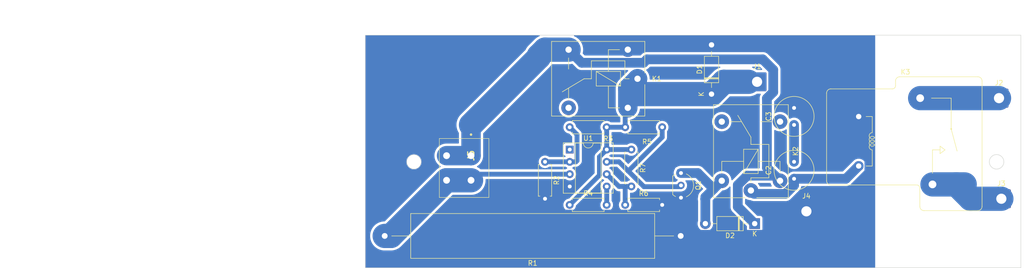
<source format=kicad_pcb>
(kicad_pcb (version 20221018) (generator pcbnew)
  (layers (0 "F.Cu" signal) (31 "B.Cu" signal) (34 "B.Paste" user) (35 "F.Paste" user) (36 "B.SilkS" user "B.Silkscreen") (37 "F.SilkS" user "F.Silkscreen") (38 "B.Mask" user) (39 "F.Mask" user) (44 "Edge.Cuts" user))
  (net 0 "")
  (net 1 "Net-(U1B-+)")
  (net 2 "GND")
  (net 3 "Net-(C2-Pad1)")
  (net 4 "Net-(C2-Pad2)")
  (net 5 "Net-(D1-K)")
  (net 6 "Net-(D2-K)")
  (net 7 "Net-(D2-A)")
  (net 8 "Net-(J2-Pin_1)")
  (net 9 "Net-(J3-Pin_1)")
  (net 10 "Net-(J5-Pin_2)")
  (net 13 "Net-(Q1-B)")
  (net 14 "Net-(U1A--)")
  (net 15 "Net-(U1B--)")
  (footprint "Resistor_THT:R_Axial_Power_L50.0mm_W9.0mm_P60.96mm" (layer "F.Cu") (at 154.94 119.4325 180)
    (fp_text reference "R1" (at 30.48 -5.62) (layer "F.SilkS"))
    (fp_text value "1R 10W")
    (fp_line (start 1.44 0) (end 5.36 0) (stroke (width 0.12)) (layer "F.SilkS"))
    (fp_line (start 5.36 -4.62) (end 5.36 4.62) (stroke (width 0.12)) (layer "F.SilkS"))
    (fp_line (start 5.36 4.62) (end 55.6 4.62) (stroke (width 0.12)) (layer "F.SilkS"))
    (fp_line (start 55.6 -4.62) (end 5.36 -4.62) (stroke (width 0.12)) (layer "F.SilkS"))
    (fp_line (start 55.6 4.62) (end 55.6 -4.62) (stroke (width 0.12)) (layer "F.SilkS"))
    (fp_line (start 59.52 0) (end 55.6 0) (stroke (width 0.12)) (layer "F.SilkS"))
    (pad "1" thru_hole circle (at 0 0 180) (size 2.4 2.4) (drill 1.2) (layers "*.Cu" "*.Mask") (net 2 "GND"))
    (pad "2" thru_hole oval (at 60.96 0 180) (size 2.4 2.4) (drill 1.2) (layers "*.Cu" "*.Mask") (net 10 "Net-(J5-Pin_2)"))
  )
  (footprint "Connector_Wire:SolderWire-1.5sqmm_1x01_D1.7mm_OD3.9mm" (layer "F.Cu") (at 220.5 91)
    (fp_text reference "J2" (at 0 -3.15) (layer "F.SilkS"))
    (fp_text value "Conn_01x01")
    (pad "1" thru_hole roundrect (at 0 0) (size 3.9 3.9) (drill 2.1) (layers "*.Cu" "*.Mask") (roundrect_rratio 0.06410307692) (net 8 "Net-(J2-Pin_1)"))
  )
  (footprint "Resistor_THT:R_Axial_DIN0207_L6.3mm_D2.5mm_P7.62mm_Horizontal" (layer "F.Cu") (at 139.7 97 180)
    (fp_text reference "R3" (at -0.3 -2.37) (layer "F.SilkS"))
    (fp_text value "R")
    (fp_line (start 0.54 -1.37) (end 7.08 -1.37) (stroke (width 0.12)) (layer "F.SilkS"))
    (fp_line (start 0.54 -1.04) (end 0.54 -1.37) (stroke (width 0.12)) (layer "F.SilkS"))
    (fp_line (start 0.54 1.04) (end 0.54 1.37) (stroke (width 0.12)) (layer "F.SilkS"))
    (fp_line (start 0.54 1.37) (end 7.08 1.37) (stroke (width 0.12)) (layer "F.SilkS"))
    (fp_line (start 7.08 -1.37) (end 7.08 -1.04) (stroke (width 0.12)) (layer "F.SilkS"))
    (fp_line (start 7.08 1.37) (end 7.08 1.04) (stroke (width 0.12)) (layer "F.SilkS"))
    (pad "1" thru_hole circle (at 0 0 180) (size 1.6 1.6) (drill 0.8) (layers "*.Cu" "*.Mask") (net 5 "Net-(D1-K)"))
    (pad "2" thru_hole oval (at 7.62 0 180) (size 1.6 1.6) (drill 0.8) (layers "*.Cu" "*.Mask") (net 14 "Net-(U1A--)"))
  )
  (footprint "Relay_THT:Relay_SPST_RAYEX-L90AS" (layer "F.Cu") (at 189.06 99.9)
    (fp_text reference "K3" (at 12.1666 -14.3) (layer "F.SilkS"))
    (fp_text value "Relpol")
    (fp_line (start -4.07 -9.94) (end -4.07 8.14) (stroke (width 0.12)) (layer "F.SilkS"))
    (fp_line (start -3.2 -10.81) (end 9.48 -10.81) (stroke (width 0.12)) (layer "F.SilkS"))
    (fp_line (start -3.2 9.01) (end 14.48 9.01) (stroke (width 0.12)) (layer "F.SilkS"))
    (fp_line (start 4.064 -5.1054) (end 5.334 -5.1054) (stroke (width 0.12)) (layer "F.SilkS"))
    (fp_line (start 5.334 -1.778) (end 5.334 -5.1054) (stroke (width 0.12)) (layer "F.SilkS"))
    (fp_line (start 5.334 5.1054) (end 4.064 5.1054) (stroke (width 0.12)) (layer "F.SilkS"))
    (fp_line (start 5.334002 5.105397) (end 5.334002 1.777997) (stroke (width 0.12)) (layer "F.SilkS"))
    (fp_line (start 10.13 -12.44) (end 10.13 -11.46) (stroke (width 0.12)) (layer "F.SilkS"))
    (fp_line (start 11 -13.31) (end 27.08 -13.31) (stroke (width 0.12)) (layer "F.SilkS"))
    (fp_line (start 15.13 9.66) (end 15.13 13.44) (stroke (width 0.12)) (layer "F.SilkS"))
    (fp_line (start 16 14.31) (end 27.08 14.31) (stroke (width 0.12)) (layer "F.SilkS"))
    (fp_line (start 17.74 1.778) (end 19.304 1.778) (stroke (width 0.12)) (layer "F.SilkS"))
    (fp_line (start 17.74 6.604) (end 17.74 1.778) (stroke (width 0.12)) (layer "F.SilkS"))
    (fp_line (start 19.304 1.016) (end 19.304 2.54) (stroke (width 0.12)) (layer "F.SilkS"))
    (fp_line (start 19.304 2.54) (end 20.32 1.778) (stroke (width 0.12)) (layer "F.SilkS"))
    (fp_line (start 20.32 1.778) (end 19.304 1.016) (stroke (width 0.12)) (layer "F.SilkS"))
    (fp_line (start 21.59 -8.9) (end 17.526 -8.9) (stroke (width 0.12)) (layer "F.SilkS"))
    (fp_line (start 21.59 -2.54) (end 21.59 -8.9) (stroke (width 0.12)) (layer "F.SilkS"))
    (fp_line (start 21.59 -2.54) (end 22.8092 2.032) (stroke (width 0.12)) (layer "F.SilkS"))
    (fp_line (start 27.95 -12.44) (end 27.95 13.44) (stroke (width 0.12)) (layer "F.SilkS"))
    (fp_arc (start -4.07 -9.94) (mid -3.815183 -10.555183) (end -3.2 -10.81) (stroke (width 0.12)) (layer "F.SilkS"))
    (fp_arc (start -3.2 9.01) (mid -3.815183 8.755183) (end -4.07 8.14) (stroke (width 0.12)) (layer "F.SilkS"))
    (fp_arc (start 5.334002 1.777997) (mid 4.765966 0.859171) (end 5.841802 0.76173) (stroke (width 0.12)) (layer "F.SilkS"))
    (fp_arc (start 5.8418 -0.761733) (mid 4.765964 -0.859168) (end 5.334 -1.778) (stroke (width 0.12)) (layer "F.SilkS"))
    (fp_arc (start 5.842265 -0.000355) (mid 4.699001 -0.380778) (end 5.842 -0.762001) (stroke (width 0.12)) (layer "F.SilkS"))
    (fp_arc (start 5.842266 0.761644) (mid 4.699001 0.381223) (end 5.842001 -0.000002) (stroke (width 0.12)) (layer "F.SilkS"))
    (fp_arc (start 10.13 -12.44) (mid 10.384817 -13.055183) (end 11 -13.31) (stroke (width 0.12)) (layer "F.SilkS"))
    (fp_arc (start 10.13 -11.46) (mid 9.939619 -11.000381) (end 9.48 -10.81) (stroke (width 0.12)) (layer "F.SilkS"))
    (fp_arc (start 14.48 9.01) (mid 14.939619 9.200381) (end 15.13 9.66) (stroke (width 0.12)) (layer "F.SilkS"))
    (fp_arc (start 16 14.31) (mid 15.384817 14.055183) (end 15.13 13.44) (stroke (width 0.12)) (layer "F.SilkS"))
    (fp_arc (start 27.08 -13.31) (mid 27.695183 -13.055183) (end 27.95 -12.44) (stroke (width 0.12)) (layer "F.SilkS"))
    (fp_arc (start 27.95 13.44) (mid 27.695183 14.055183) (end 27.08 14.31) (stroke (width 0.12)) (layer "F.SilkS"))
    (fp_circle (center 21.59 -2.54) (end 21.59 -2.413) (stroke (width 0.12)) (fill none) (layer "F.SilkS"))
    (pad "13" thru_hole circle (at 15.2 -8.9 180) (size 3 3) (drill 1.6) (layers "*.Cu" "*.Mask") (net 8 "Net-(J2-Pin_1)"))
    (pad "14" thru_hole circle (at 17.74 8.9 180) (size 3 3) (drill 1.6) (layers "*.Cu" "*.Mask") (net 9 "Net-(J3-Pin_1)"))
    (pad "A1" thru_hole roundrect (at 2.54 -5.1 180) (size 2 2) (drill 1.1) (layers "*.Cu" "*.Mask") (net 2 "GND"))
    (pad "A2" thru_hole circle (at 2.54 5.1 180) (size 2 2) (drill 1.1) (layers "*.Cu" "*.Mask") (net 3 "Net-(C2-Pad1)"))
  )
  (footprint "Relay_THT:Relay_SPDT_Finder_36.11" (layer "F.Cu") (at 146.05 87 180)
    (fp_text reference "K1" (at -3.95 0 180) (layer "F.SilkS"))
    (fp_text value "FINDER-32.21-x000")
    (fp_line (start -1.5 -7.7) (end -1.5 -1.2) (stroke (width 0.12)) (layer "F.SilkS"))
    (fp_line (start -1.5 -7.7) (end 17.7 -7.7) (stroke (width 0.12)) (layer "F.SilkS"))
    (fp_line (start -1.5 1.2) (end -1.5 7.7) (stroke (width 0.12)) (layer "F.SilkS"))
    (fp_line (start 2.6 0) (end 1.7 0) (stroke (width 0.12)) (layer "F.SilkS"))
    (fp_line (start 2.6 0) (end 2.6 3.7) (stroke (width 0.12)) (layer "F.SilkS"))
    (fp_line (start 3.5 -1.5) (end 8.5 -1.5) (stroke (width 0.12)) (layer "F.SilkS"))
    (fp_line (start 3.5 1.5) (end 3.5 -1.5) (stroke (width 0.12)) (layer "F.SilkS"))
    (fp_line (start 3.7 6) (end 6 6) (stroke (width 0.12)) (layer "F.SilkS"))
    (fp_line (start 6 -6) (end 3.7 -6) (stroke (width 0.12)) (layer "F.SilkS"))
    (fp_line (start 6 -6) (end 6 -1.5) (stroke (width 0.12)) (layer "F.SilkS"))
    (fp_line (start 6 1.5) (end 6 6) (stroke (width 0.12)) (layer "F.SilkS"))
    (fp_line (start 8.5 -1.5) (end 8.5 1.5) (stroke (width 0.12)) (layer "F.SilkS"))
    (fp_line (start 8.5 1.5) (end 3.5 -1.5) (stroke (width 0.12)) (layer "F.SilkS"))
    (fp_line (start 8.5 1.5) (end 3.5 1.5) (stroke (width 0.12)) (layer "F.SilkS"))
    (fp_line (start 9.5 0) (end 9.5 3.7) (stroke (width 0.12)) (layer "F.SilkS"))
    (fp_line (start 9.5 0) (end 11 0) (stroke (width 0.12)) (layer "F.SilkS"))
    (fp_line (start 9.5 3.7) (end 2.6 3.7) (stroke (width 0.12)) (layer "F.SilkS"))
    (fp_line (start 11 0) (end 15.5 -2.7) (stroke (width 0.12)) (layer "F.SilkS"))
    (fp_line (start 14.2 -4.3) (end 14.2 -2) (stroke (width 0.12)) (layer "F.SilkS"))
    (fp_line (start 14.2 4.3) (end 14.2 2) (stroke (width 0.12)) (layer "F.SilkS"))
    (fp_line (start 17.7 -7.7) (end 17.7 7.7) (stroke (width 0.12)) (layer "F.SilkS"))
    (fp_line (start 17.7 7.7) (end -1.5 7.7) (stroke (width 0.12)) (layer "F.SilkS"))
    (pad "11" thru_hole circle (at 0 0 180) (size 3 3) (drill 1.3) (layers "*.Cu" "*.Mask") (net 5 "Net-(D1-K)"))
    (pad "12" thru_hole circle (at 14.2 -6 180) (size 3 3) (drill 1.3) (layers "*.Cu" "*.Mask"))
    (pad "14" thru_hole circle (at 14.2 6 180) (size 3 3) (drill 1.3) (layers "*.Cu" "*.Mask") (net 6 "Net-(D2-K)"))
    (pad "A1" thru_hole circle (at 2 6 180) (size 3 3) (drill 1.3) (layers "*.Cu" "*.Mask") (net 2 "GND"))
    (pad "A2" thru_hole circle (at 2 -6 180) (size 3 3) (drill 1.3) (layers "*.Cu" "*.Mask") (net 5 "Net-(D1-K)"))
  )
  (footprint "Resistor_THT:R_Axial_DIN0207_L6.3mm_D2.5mm_P7.62mm_Horizontal" (layer "F.Cu") (at 127 104.14 -90)
    (fp_text reference "R2" (at 3.81 -2.37 90) (layer "F.SilkS"))
    (fp_text value "R")
    (fp_line (start 0.54 -1.37) (end 7.08 -1.37) (stroke (width 0.12)) (layer "F.SilkS"))
    (fp_line (start 0.54 -1.04) (end 0.54 -1.37) (stroke (width 0.12)) (layer "F.SilkS"))
    (fp_line (start 0.54 1.04) (end 0.54 1.37) (stroke (width 0.12)) (layer "F.SilkS"))
    (fp_line (start 0.54 1.37) (end 7.08 1.37) (stroke (width 0.12)) (layer "F.SilkS"))
    (fp_line (start 7.08 -1.37) (end 7.08 -1.04) (stroke (width 0.12)) (layer "F.SilkS"))
    (fp_line (start 7.08 1.37) (end 7.08 1.04) (stroke (width 0.12)) (layer "F.SilkS"))
    (pad "1" thru_hole circle (at 0 0 270) (size 1.6 1.6) (drill 0.8) (layers "*.Cu" "*.Mask") (net 14 "Net-(U1A--)"))
    (pad "2" thru_hole oval (at 7.62 0 270) (size 1.6 1.6) (drill 0.8) (layers "*.Cu" "*.Mask") (net 2 "GND"))
  )
  (footprint "Docking_station:Phoenix" (layer "F.Cu") (at 111.76 102.87 -90)
    (fp_text reference "J5" (at 0 0 90) (layer "F.SilkS") (effects (font (size 1.27 1.27) (thickness 0.254))))
    (fp_text value "Conn_01x02" hide)
    (fp_line (start -3.54 -3.68) (end 8.62 -3.68) (stroke (width 0.1)) (layer "F.SilkS"))
    (fp_line (start -3.54 6.52) (end -3.54 -3.68) (stroke (width 0.1)) (layer "F.SilkS"))
    (fp_line (start 8.62 -3.68) (end 8.62 6.52) (stroke (width 0.1)) (layer "F.SilkS"))
    (fp_line (start 8.62 6.52) (end -3.54 6.52) (stroke (width 0.1)) (layer "F.SilkS"))
    (fp_circle (center -4.35 0) (end -4.35 0.05) (stroke (width 0.2)) (fill none) (layer "F.SilkS"))
    (pad "1" thru_hole rect (at 0 0 270) (size 2.2 2.2) (drill 1.4) (layers "*.Cu" "*.Mask") (net 6 "Net-(D2-K)"))
    (pad "1" thru_hole circle (at 0 5.04 270) (size 2.2 2.2) (drill 1.4) (layers "*.Cu" "*.Mask") (net 6 "Net-(D2-K)"))
    (pad "2" thru_hole circle (at 5.08 0 270) (size 2.2 2.2) (drill 1.4) (layers "*.Cu" "*.Mask") (net 10 "Net-(J5-Pin_2)"))
    (pad "2" thru_hole circle (at 5.08 5.04 270) (size 2.2 2.2) (drill 1.4) (layers "*.Cu" "*.Mask") (net 10 "Net-(J5-Pin_2)"))
  )
  (footprint "Relay_THT:Relay_SPDT_Finder_36.11" (layer "F.Cu") (at 169.4 110.05 90)
    (fp_text reference "K2" (at 8.1 9.2 90) (layer "F.SilkS"))
    (fp_text value "FINDER-32.21-x000")
    (fp_line (start -1.5 -7.7) (end -1.5 -1.2) (stroke (width 0.12)) (layer "F.SilkS"))
    (fp_line (start -1.5 -7.7) (end 17.7 -7.7) (stroke (width 0.12)) (layer "F.SilkS"))
    (fp_line (start -1.5 1.2) (end -1.5 7.7) (stroke (width 0.12)) (layer "F.SilkS"))
    (fp_line (start 2.6 0) (end 1.7 0) (stroke (width 0.12)) (layer "F.SilkS"))
    (fp_line (start 2.6 0) (end 2.6 3.7) (stroke (width 0.12)) (layer "F.SilkS"))
    (fp_line (start 3.5 -1.5) (end 8.5 -1.5) (stroke (width 0.12)) (layer "F.SilkS"))
    (fp_line (start 3.5 1.5) (end 3.5 -1.5) (stroke (width 0.12)) (layer "F.SilkS"))
    (fp_line (start 3.7 6) (end 6 6) (stroke (width 0.12)) (layer "F.SilkS"))
    (fp_line (start 6 -6) (end 3.7 -6) (stroke (width 0.12)) (layer "F.SilkS"))
    (fp_line (start 6 -6) (end 6 -1.5) (stroke (width 0.12)) (layer "F.SilkS"))
    (fp_line (start 6 1.5) (end 6 6) (stroke (width 0.12)) (layer "F.SilkS"))
    (fp_line (start 8.5 -1.5) (end 8.5 1.5) (stroke (width 0.12)) (layer "F.SilkS"))
    (fp_line (start 8.5 1.5) (end 3.5 -1.5) (stroke (width 0.12)) (layer "F.SilkS"))
    (fp_line (start 8.5 1.5) (end 3.5 1.5) (stroke (width 0.12)) (layer "F.SilkS"))
    (fp_line (start 9.5 0) (end 9.5 3.7) (stroke (width 0.12)) (layer "F.SilkS"))
    (fp_line (start 9.5 0) (end 11 0) (stroke (width 0.12)) (layer "F.SilkS"))
    (fp_line (start 9.5 3.7) (end 2.6 3.7) (stroke (width 0.12)) (layer "F.SilkS"))
    (fp_line (start 11 0) (end 15.5 -2.7) (stroke (width 0.12)) (layer "F.SilkS"))
    (fp_line (start 14.2 -4.3) (end 14.2 -2) (stroke (width 0.12)) (layer "F.SilkS"))
    (fp_line (start 14.2 4.3) (end 14.2 2) (stroke (width 0.12)) (layer "F.SilkS"))
    (fp_line (start 17.7 -7.7) (end 17.7 7.7) (stroke (width 0.12)) (layer "F.SilkS"))
    (fp_line (start 17.7 7.7) (end -1.5 7.7) (stroke (width 0.12)) (layer "F.SilkS"))
    (pad "11" thru_hole circle (at 0 0 90) (size 3 3) (drill 1.3) (layers "*.Cu" "*.Mask") (net 3 "Net-(C2-Pad1)"))
    (pad "12" thru_hole circle (at 14.2 -6 90) (size 3 3) (drill 1.3) (layers "*.Cu" "*.Mask") (net 6 "Net-(D2-K)"))
    (pad "14" thru_hole circle (at 14.2 6 90) (size 3 3) (drill 1.3) (layers "*.Cu" "*.Mask"))
    (pad "A1" thru_hole circle (at 2 6 90) (size 3 3) (drill 1.3) (layers "*.Cu" "*.Mask") (net 6 "Net-(D2-K)"))
    (pad "A2" thru_hole circle (at 2 -6 90) (size 3 3) (drill 1.3) (layers "*.Cu" "*.Mask") (net 7 "Net-(D2-A)"))
  )
  (footprint "Resistor_THT:R_Axial_DIN0207_L6.3mm_D2.5mm_P7.62mm_Horizontal" (layer "F.Cu") (at 143.51 113.03)
    (fp_text reference "R6" (at 3.81 -2.37) (layer "F.SilkS"))
    (fp_text value "R")
    (fp_line (start 0.54 -1.37) (end 7.08 -1.37) (stroke (width 0.12)) (layer "F.SilkS"))
    (fp_line (start 0.54 -1.04) (end 0.54 -1.37) (stroke (width 0.12)) (layer "F.SilkS"))
    (fp_line (start 0.54 1.04) (end 0.54 1.37) (stroke (width 0.12)) (layer "F.SilkS"))
    (fp_line (start 0.54 1.37) (end 7.08 1.37) (stroke (width 0.12)) (layer "F.SilkS"))
    (fp_line (start 7.08 -1.37) (end 7.08 -1.04) (stroke (width 0.12)) (layer "F.SilkS"))
    (fp_line (start 7.08 1.37) (end 7.08 1.04) (stroke (width 0.12)) (layer "F.SilkS"))
    (pad "1" thru_hole circle (at 0 0) (size 1.6 1.6) (drill 0.8) (layers "*.Cu" "*.Mask") (net 15 "Net-(U1B--)"))
    (pad "2" thru_hole oval (at 7.62 0) (size 1.6 1.6) (drill 0.8) (layers "*.Cu" "*.Mask") (net 2 "GND"))
  )
  (footprint "Docking_station:Logo" (layer "F.Cu") (at 15 71)
    (fp_text reference "G***" hide)
    (fp_text value "LOGO" hide)
  )
  (footprint "Connector_Wire:SolderWire-1.5sqmm_1x01_D1.7mm_OD3.9mm" (layer "F.Cu") (at 220.98 111.76)
    (fp_text reference "J3" (at 0 -3.15) (layer "F.SilkS"))
    (fp_text value "Conn_01x01")
    (pad "1" thru_hole roundrect (at 0 0) (size 3.9 3.9) (drill 2.1) (layers "*.Cu" "*.Mask") (roundrect_rratio 0.06410307692) (net 9 "Net-(J3-Pin_1)"))
  )
  (footprint "Capacitor_THT:C_Radial_D8.0mm_H11.5mm_P3.50mm" (layer "F.Cu") (at 178.29 107.64 90)
    (fp_text reference "C2" (at 1.75 -5.25 90) (layer "F.SilkS"))
    (fp_text value "C")
    (fp_circle (center 1.75 0) (end 5.87 0) (stroke (width 0.12)) (fill none) (layer "F.SilkS"))
    (pad "1" thru_hole circle (at 0 0 90) (size 1.6 1.6) (drill 0.8) (layers "*.Cu" "*.Mask") (net 3 "Net-(C2-Pad1)"))
    (pad "2" thru_hole circle (at 3.5 0 90) (size 1.6 1.6) (drill 0.8) (layers "*.Cu" "*.Mask") (net 4 "Net-(C2-Pad2)"))
  )
  (footprint "Package_DIP:DIP-8_W7.62mm_Socket" (layer "F.Cu") (at 132.09 101.61)
    (fp_text reference "U1" (at 3.81 -2.33) (layer "F.SilkS"))
    (fp_text value "LM393")
    (fp_line (start -1.33 -1.39) (end -1.33 9.01) (stroke (width 0.12)) (layer "F.SilkS"))
    (fp_line (start -1.33 9.01) (end 8.95 9.01) (stroke (width 0.12)) (layer "F.SilkS"))
    (fp_line (start 1.16 -1.33) (end 1.16 8.95) (stroke (width 0.12)) (layer "F.SilkS"))
    (fp_line (start 1.16 8.95) (end 6.46 8.95) (stroke (width 0.12)) (layer "F.SilkS"))
    (fp_line (start 2.81 -1.33) (end 1.16 -1.33) (stroke (width 0.12)) (layer "F.SilkS"))
    (fp_line (start 6.46 -1.33) (end 4.81 -1.33) (stroke (width 0.12)) (layer "F.SilkS"))
    (fp_line (start 6.46 8.95) (end 6.46 -1.33) (stroke (width 0.12)) (layer "F.SilkS"))
    (fp_line (start 8.95 -1.39) (end -1.33 -1.39) (stroke (width 0.12)) (layer "F.SilkS"))
    (fp_line (start 8.95 9.01) (end 8.95 -1.39) (stroke (width 0.12)) (layer "F.SilkS"))
    (fp_arc (start 4.81 -1.33) (mid 3.81 -0.33) (end 2.81 -1.33) (stroke (width 0.12)) (layer "F.SilkS"))
    (pad "1" thru_hole rect (at 0 0) (size 1.6 1.6) (drill 0.8) (layers "*.Cu" "*.Mask") (net 1 "Net-(U1B-+)"))
    (pad "2" thru_hole oval (at 0 2.54) (size 1.6 1.6) (drill 0.8) (layers "*.Cu" "*.Mask") (net 14 "Net-(U1A--)"))
    (pad "3" thru_hole oval (at 0 5.08) (size 1.6 1.6) (drill 0.8) (layers "*.Cu" "*.Mask") (net 10 "Net-(J5-Pin_2)"))
    (pad "4" thru_hole oval (at 0 7.62) (size 1.6 1.6) (drill 0.8) (layers "*.Cu" "*.Mask") (net 2 "GND"))
    (pad "5" thru_hole oval (at 7.62 7.62) (size 1.6 1.6) (drill 0.8) (layers "*.Cu" "*.Mask") (net 1 "Net-(U1B-+)"))
    (pad "6" thru_hole oval (at 7.62 5.08) (size 1.6 1.6) (drill 0.8) (layers "*.Cu" "*.Mask") (net 15 "Net-(U1B--)"))
    (pad "7" thru_hole oval (at 7.62 2.54) (size 1.6 1.6) (drill 0.8) (layers "*.Cu" "*.Mask") (net 13 "Net-(Q1-B)"))
    (pad "8" thru_hole oval (at 7.62 0) (size 1.6 1.6) (drill 0.8) (layers "*.Cu" "*.Mask") (net 5 "Net-(D1-K)"))
  )
  (footprint "Connector_Wire:SolderWire-1.5sqmm_1x01_D1.7mm_OD3.9mm" (layer "F.Cu") (at 170.67 87.63)
    (fp_text reference "J1" (at 0 -3.15) (layer "F.SilkS"))
    (fp_text value "+")
    (pad "1" thru_hole roundrect (at 0 0) (size 3.9 3.9) (drill 2.1) (layers "*.Cu" "*.Mask") (roundrect_rratio 0.06410307692) (net 5 "Net-(D1-K)"))
  )
  (footprint "Resistor_THT:R_Axial_DIN0207_L6.3mm_D2.5mm_P7.62mm_Horizontal" (layer "F.Cu") (at 144.78 101.6 -90)
    (fp_text reference "R7" (at 3.81 -2.37 90) (layer "F.SilkS"))
    (fp_text value "R")
    (fp_line (start 0.54 -1.37) (end 7.08 -1.37) (stroke (width 0.12)) (layer "F.SilkS"))
    (fp_line (start 0.54 -1.04) (end 0.54 -1.37) (stroke (width 0.12)) (layer "F.SilkS"))
    (fp_line (start 0.54 1.04) (end 0.54 1.37) (stroke (width 0.12)) (layer "F.SilkS"))
    (fp_line (start 0.54 1.37) (end 7.08 1.37) (stroke (width 0.12)) (layer "F.SilkS"))
    (fp_line (start 7.08 -1.37) (end 7.08 -1.04) (stroke (width 0.12)) (layer "F.SilkS"))
    (fp_line (start 7.08 1.37) (end 7.08 1.04) (stroke (width 0.12)) (layer "F.SilkS"))
    (pad "1" thru_hole circle (at 0 0 270) (size 1.6 1.6) (drill 0.8) (layers "*.Cu" "*.Mask") (net 5 "Net-(D1-K)"))
    (pad "2" thru_hole oval (at 7.62 0 270) (size 1.6 1.6) (drill 0.8) (layers "*.Cu" "*.Mask") (net 15 "Net-(U1B--)"))
  )
  (footprint "Package_TO_SOT_THT:TO-92L_Inline_Wide" (layer "F.Cu") (at 155 106.46 -90)
    (fp_text reference "Q1" (at 2.54 -3.56 90) (layer "F.SilkS"))
    (fp_text value "BC337")
    (fp_line (start 0.6 1.7) (end 4.45 1.7) (stroke (width 0.12)) (layer "F.SilkS"))
    (fp_arc (start 0.1836 -1.098807) (mid 1.143021 -2.192817) (end 2.54 -2.6) (stroke (width 0.12)) (layer "F.SilkS"))
    (fp_arc (start 0.6 1.7) (mid 0.389183 1.423933) (end 0.217369 1.122045) (stroke (width 0.12)) (layer "F.SilkS"))
    (fp_arc (start 2.54 -2.6) (mid 3.936979 -2.192818) (end 4.8964 -1.098807) (stroke (width 0.12)) (layer "F.SilkS"))
    (fp_arc (start 4.842383 1.112264) (mid 4.666594 1.419753) (end 4.45 1.7) (stroke (width 0.12)) (layer "F.SilkS"))
    (pad "1" thru_hole rect (at 0 0 270) (size 1.5 1.5) (drill 0.8) (layers "*.Cu" "*.Mask") (net 7 "Net-(D2-A)"))
    (pad "2" thru_hole circle (at 2.54 0 270) (size 1.5 1.5) (drill 0.8) (layers "*.Cu" "*.Mask") (net 13 "Net-(Q1-B)"))
    (pad "3" thru_hole circle (at 5.08 0 270) (size 1.5 1.5) (drill 0.8) (layers "*.Cu" "*.Mask") (net 2 "GND"))
  )
  (footprint "Connector_Wire:SolderWire-1.5sqmm_1x01_D1.7mm_OD3.9mm" (layer "F.Cu") (at 180.83 114.3525)
    (fp_text reference "J4" (at 0 -3.15) (layer "F.SilkS"))
    (fp_text value "-")
    (pad "1" thru_hole roundrect (at 0 0) (size 3.9 3.9) (drill 2.1) (layers "*.Cu" "*.Mask") (roundrect_rratio 0.06410307692) (net 2 "GND"))
  )
  (footprint "Diode_THT:D_DO-41_SOD81_P10.16mm_Horizontal" (layer "F.Cu") (at 161.29 90.17 90)
    (fp_text reference "D1" (at 5.08 -2.47 90) (layer "F.SilkS"))
    (fp_text value "1N4001")
    (fp_text user "K" (at 0 -2.1 90) (layer "F.SilkS"))
    (fp_line (start 1.34 0) (end 2.36 0) (stroke (width 0.12)) (layer "F.SilkS"))
    (fp_line (start 2.36 -1.47) (end 2.36 1.47) (stroke (width 0.12)) (layer "F.SilkS"))
    (fp_line (start 2.36 1.47) (end 7.8 1.47) (stroke (width 0.12)) (layer "F.SilkS"))
    (fp_line (start 3.14 -1.47) (end 3.14 1.47) (stroke (width 0.12)) (layer "F.SilkS"))
    (fp_line (start 3.26 -1.47) (end 3.26 1.47) (stroke (width 0.12)) (layer "F.SilkS"))
    (fp_line (start 3.38 -1.47) (end 3.38 1.47) (stroke (width 0.12)) (layer "F.SilkS"))
    (fp_line (start 7.8 -1.47) (end 2.36 -1.47) (stroke (width 0.12)) (layer "F.SilkS"))
    (fp_line (start 7.8 1.47) (end 7.8 -1.47) (stroke (width 0.12)) (layer "F.SilkS"))
    (fp_line (start 8.82 0) (end 7.8 0) (stroke (width 0.12)) (layer "F.SilkS"))
    (pad "1" thru_hole rect (at 0 0 90) (size 2.2 2.2) (drill 1.1) (layers "*.Cu" "*.Mask") (net 5 "Net-(D1-K)"))
    (pad "2" thru_hole oval (at 10.16 0 90) (size 2.2 2.2) (drill 1.1) (layers "*.Cu" "*.Mask") (net 2 "GND"))
  )
  (footprint "Diode_THT:D_DO-41_SOD81_P10.16mm_Horizontal" (layer "F.Cu") (at 170.18 116.8925 180)
    (fp_text reference "D2" (at 5.08 -2.47) (layer "F.SilkS"))
    (fp_text value "1N4001")
    (fp_text user "K" (at 0 -2.1) (layer "F.SilkS"))
    (fp_line (start 1.34 0) (end 2.36 0) (stroke (width 0.12)) (layer "F.SilkS"))
    (fp_line (start 2.36 -1.47) (end 2.36 1.47) (stroke (width 0.12)) (layer "F.SilkS"))
    (fp_line (start 2.36 1.47) (end 7.8 1.47) (stroke (width 0.12)) (layer "F.SilkS"))
    (fp_line (start 3.14 -1.47) (end 3.14 1.47) (stroke (width 0.12)) (layer "F.SilkS"))
    (fp_line (start 3.26 -1.47) (end 3.26 1.47) (stroke (width 0.12)) (layer "F.SilkS"))
    (fp_line (start 3.38 -1.47) (end 3.38 1.47) (stroke (width 0.12)) (layer "F.SilkS"))
    (fp_line (start 7.8 -1.47) (end 2.36 -1.47) (stroke (width 0.12)) (layer "F.SilkS"))
    (fp_line (start 7.8 1.47) (end 7.8 -1.47) (stroke (width 0.12)) (layer "F.SilkS"))
    (fp_line (start 8.82 0) (end 7.8 0) (stroke (width 0.12)) (layer "F.SilkS"))
    (pad "1" thru_hole rect (at 0 0 180) (size 2.2 2.2) (drill 1.1) (layers "*.Cu" "*.Mask") (net 6 "Net-(D2-K)"))
    (pad "2" thru_hole oval (at 10.16 0 180) (size 2.2 2.2) (drill 1.1) (layers "*.Cu" "*.Mask") (net 7 "Net-(D2-A)"))
  )
  (footprint "Resistor_THT:R_Axial_DIN0207_L6.3mm_D2.5mm_P7.62mm_Horizontal" (layer "F.Cu") (at 132.08 113.03)
    (fp_text reference "R4" (at 3.81 -2.37) (layer "F.SilkS"))
    (fp_text value "R")
    (fp_line (start 0.54 -1.37) (end 7.08 -1.37) (stroke (width 0.12)) (layer "F.SilkS"))
    (fp_line (start 0.54 -1.04) (end 0.54 -1.37) (stroke (width 0.12)) (layer "F.SilkS"))
    (fp_line (start 0.54 1.04) (end 0.54 1.37) (stroke (width 0.12)) (layer "F.SilkS"))
    (fp_line (start 0.54 1.37) (end 7.08 1.37) (stroke (width 0.12)) (layer "F.SilkS"))
    (fp_line (start 7.08 -1.37) (end 7.08 -1.04) (stroke (width 0.12)) (layer "F.SilkS"))
    (fp_line (start 7.08 1.37) (end 7.08 1.04) (stroke (width 0.12)) (layer "F.SilkS"))
    (pad "1" thru_hole circle (at 0 0) (size 1.6 1.6) (drill 0.8) (layers "*.Cu" "*.Mask") (net 5 "Net-(D1-K)"))
    (pad "2" thru_hole oval (at 7.62 0) (size 1.6 1.6) (drill 0.8) (layers "*.Cu" "*.Mask") (net 1 "Net-(U1B-+)"))
  )
  (footprint "Resistor_THT:R_Axial_DIN0207_L6.3mm_D2.5mm_P7.62mm_Horizontal" (layer "F.Cu") (at 143.51 97)
    (fp_text reference "R5" (at 4.49 3) (layer "F.SilkS"))
    (fp_text value "R")
    (fp_line (start 0.54 -1.37) (end 7.08 -1.37) (stroke (width 0.12)) (layer "F.SilkS"))
    (fp_line (start 0.54 -1.04) (end 0.54 -1.37) (stroke (width 0.12)) (layer "F.SilkS"))
    (fp_line (start 0.54 1.04) (end 0.54 1.37) (stroke (width 0.12)) (layer "F.SilkS"))
    (fp_line (start 0.54 1.37) (end 7.08 1.37) (stroke (width 0.12)) (layer "F.SilkS"))
    (fp_line (start 7.08 -1.37) (end 7.08 -1.04) (stroke (width 0.12)) (layer "F.SilkS"))
    (fp_line (start 7.08 1.37) (end 7.08 1.04) (stroke (width 0.12)) (layer "F.SilkS"))
    (pad "1" thru_hole circle (at 0 0) (size 1.6 1.6) (drill 0.8) (layers "*.Cu" "*.Mask") (net 5 "Net-(D1-K)"))
    (pad "2" thru_hole oval (at 7.62 0) (size 1.6 1.6) (drill 0.8) (layers "*.Cu" "*.Mask") (net 13 "Net-(Q1-B)"))
  )
  (footprint "Capacitor_THT:C_Radial_D8.0mm_H11.5mm_P3.50mm" (layer "F.Cu") (at 178.29 96.52 90)
    (fp_text reference "C3" (at 1.75 -5.25 90) (layer "F.SilkS"))
    (fp_text value "C")
    (fp_circle (center 1.75 0) (end 5.87 0) (stroke (width 0.12)) (fill none) (layer "F.SilkS"))
    (pad "1" thru_hole circle (at 0 0 90) (size 1.6 1.6) (drill 0.8) (layers "*.Cu" "*.Mask") (net 4 "Net-(C2-Pad2)"))
    (pad "2" thru_hole circle (at 3.5 0 90) (size 1.6 1.6) (drill 0.8) (layers "*.Cu" "*.Mask") (net 2 "GND"))
  )
  (gr_rect (start 90 78) (end 225 126) (stroke (width 0.1)) (fill none) (layer "Edge.Cuts"))
  (gr_circle (center 100 104.14) (end 101.5 104.14) (stroke (width 0.1)) (fill none) (layer "Edge.Cuts"))
  (gr_circle (center 220 104.14) (end 221.5 104.14) (stroke (width 0.1)) (fill none) (layer "Edge.Cuts"))
  (segment (start 139.71 109.23) (end 139.71 113.02) (width 1) (layer "B.Cu") (net 1))
  (segment (start 139.71 113.02) (end 139.7 113.03) (width 1) (layer "B.Cu") (net 1))
  (segment (start 153.51 113.03) (end 155 111.54) (width 1) (layer "B.Cu") (net 2))
  (segment (start 154.94 119.4325) (end 156.2 120.6925) (width 5) (layer "B.Cu") (net 2))
  (segment (start 151.13 113.03) (end 153.51 113.03) (width 1) (layer "B.Cu") (net 2))
  (segment (start 161.29 80.01) (end 145.04 80.01) (width 2) (layer "B.Cu") (net 2))
  (segment (start 178.29 85.29) (end 173.01 80.01) (width 2) (layer "B.Cu") (net 2))
  (segment (start 151.13 113.03) (end 151.13 114.53) (width 1) (layer "B.Cu") (net 2))
  (segment (start 178.29 93.02) (end 178.29 85.29) (width 2) (layer "B.Cu") (net 2))
  (segment (start 127 111.76) (end 129.56 111.76) (width 1) (layer "B.Cu") (net 2))
  (segment (start 162 120.6925) (end 174.49 120.6925) (width 5) (layer "B.Cu") (net 2))
  (segment (start 151.13 114.53) (end 129.77 114.53) (width 1) (layer "B.Cu") (net 2))
  (segment (start 193.8 97) (end 193.8 106.41) (width 2) (layer "B.Cu") (net 2))
  (segment (start 145.04 80.01) (end 144.05 81) (width 2) (layer "B.Cu") (net 2))
  (segment (start 173.01 80.01) (end 161.29 80.01) (width 2) (layer "B.Cu") (net 2))
  (segment (start 156.2 120.6925) (end 165.1 120.6925) (width 5) (layer "B.Cu") (net 2))
  (segment (start 151.13 115.6225) (end 154.94 119.4325) (width 1) (layer "B.Cu") (net 2))
  (segment (start 151.13 113.03) (end 151.13 115.6225) (width 1) (layer "B.Cu") (net 2))
  (segment (start 191.6 94.8) (end 193.8 97) (width 2) (layer "B.Cu") (net 2))
  (segment (start 178.29 93.02) (end 189.82 93.02) (width 2) (layer "B.Cu") (net 2))
  (segment (start 193.8 106.41) (end 185.8575 114.3525) (width 2) (layer "B.Cu") (net 2))
  (segment (start 129.77 114.53) (end 127 111.76) (width 1) (layer "B.Cu") (net 2))
  (segment (start 129.56 111.76) (end 132.09 109.23) (width 1) (layer "B.Cu") (net 2))
  (segment (start 185.8575 114.3525) (end 180.83 114.3525) (width 2) (layer "B.Cu") (net 2))
  (segment (start 189.82 93.02) (end 191.6 94.8) (width 2) (layer "B.Cu") (net 2))
  (segment (start 174.49 120.6925) (end 180.83 114.3525) (width 5) (layer "B.Cu") (net 2))
  (segment (start 178.0325 107.8975) (end 178.29 107.64) (width 2) (layer "B.Cu") (net 3))
  (segment (start 176.518377 110.75) (end 178.29 108.978377) (width 2) (layer "B.Cu") (net 3))
  (segment (start 178.29 107.64) (end 188.96 107.64) (width 2) (layer "B.Cu") (net 3))
  (segment (start 178.29 108.978377) (end 178.29 107.64) (width 2) (layer "B.Cu") (net 3))
  (segment (start 169.4 110.05) (end 170.1 110.75) (width 2) (layer "B.Cu") (net 3))
  (segment (start 188.96 107.64) (end 191.6 105) (width 2) (layer "B.Cu") (net 3))
  (segment (start 170.1 110.75) (end 176.518377 110.75) (width 2) (layer "B.Cu") (net 3))
  (segment (start 178.29 96.52) (end 178.29 104.14) (width 2) (layer "B.Cu") (net 4))
  (segment (start 170.67 87.63) (end 168.91 87.63) (width 2) (layer "B.Cu") (net 5))
  (segment (start 144.77 101.61) (end 144.78 101.6) (width 1) (layer "B.Cu") (net 5))
  (segment (start 146 87.05) (end 146.05 87) (width 4) (layer "B.Cu") (net 5))
  (segment (start 138.21 103.11) (end 139.71 101.61) (width 1) (layer "B.Cu") (net 5))
  (segment (start 144.05 93) (end 144.05 89) (width 4) (layer "B.Cu") (net 5))
  (segment (start 163.83 87.63) (end 161.29 90.17) (width 5) (layer "B.Cu") (net 5))
  (segment (start 144.05 89) (end 146.05 87) (width 4) (layer "B.Cu") (net 5))
  (segment (start 168.91 87.63) (end 163.83 87.63) (width 5) (layer "B.Cu") (net 5))
  (segment (start 139.71 101.61) (end 144.77 101.61) (width 1) (layer "B.Cu") (net 5))
  (segment (start 146 90.17) (end 161.29 90.17) (width 5) (layer "B.Cu") (net 5))
  (segment (start 139.7 101.6) (end 139.71 101.61) (width 1) (layer "B.Cu") (net 5))
  (segment (start 139.7 97) (end 139.7 101.6) (width 1) (layer "B.Cu") (net 5))
  (segment (start 132.08 113.03) (end 138.21 106.9) (width 1) (layer "B.Cu") (net 5))
  (segment (start 139.7 97) (end 143.51 97) (width 1) (layer "B.Cu") (net 5))
  (segment (start 143.51 97) (end 143.51 93.54) (width 1) (layer "B.Cu") (net 5))
  (segment (start 138.21 106.9) (end 138.21 103.11) (width 1) (layer "B.Cu") (net 5))
  (segment (start 146 90.17) (end 146 87.05) (width 4) (layer "B.Cu") (net 5))
  (segment (start 143.51 93.54) (end 144.05 93) (width 1) (layer "B.Cu") (net 5))
  (segment (start 166.7 108.931623) (end 168.631623 107) (width 2) (layer "B.Cu") (net 6))
  (segment (start 170.18 116.8925) (end 166.7 113.4125) (width 2) (layer "B.Cu") (net 6))
  (segment (start 125.73 82.55) (end 125.73 82.27) (width 5) (layer "B.Cu") (net 6))
  (segment (start 106.72 102.87) (end 111.76 102.87) (width 4) (layer "B.Cu") (net 6))
  (segment (start 174 85.160004) (end 171.839996 83) (width 2) (layer "B.Cu") (net 6))
  (segment (start 127 81) (end 131.85 81) (width 5) (layer "B.Cu") (net 6))
  (segment (start 172.7 105.35) (end 172.7 91.050608) (width 2) (layer "B.Cu") (net 6))
  (segment (start 171.839996 83) (end 148 83) (width 2) (layer "B.Cu") (net 6))
  (segment (start 111.76 102.87) (end 111.76 96.52) (width 4) (layer "B.Cu") (net 6))
  (segment (start 147.3 83.7) (end 134.55 83.7) (width 2) (layer "B.Cu") (net 6))
  (segment (start 125.73 82.55) (end 111.76 96.52) (width 5) (layer "B.Cu") (net 6))
  (segment (start 148 83) (end 147.3 83.7) (width 2) (layer "B.Cu") (net 6))
  (segment (start 168.631623 107) (end 174.35 107) (width 2) (layer "B.Cu") (net 6))
  (segment (start 172.7 91.050608) (end 174 89.750608) (width 2) (layer "B.Cu") (net 6))
  (segment (start 125.73 82.27) (end 127 81) (width 5) (layer "B.Cu") (net 6))
  (segment (start 175.4 108.05) (end 172.7 105.35) (width 2) (layer "B.Cu") (net 6))
  (segment (start 174 89.750608) (end 174 85.160004) (width 2) (layer "B.Cu") (net 6))
  (segment (start 134.55 83.7) (end 131.85 81) (width 2) (layer "B.Cu") (net 6))
  (segment (start 166.7 113.4125) (end 166.7 108.931623) (width 2) (layer "B.Cu") (net 6))
  (segment (start 174.35 107) (end 175.4 108.05) (width 2) (layer "B.Cu") (net 6))
  (segment (start 160.02 111.76) (end 160.02 111.43) (width 2) (layer "B.Cu") (net 7))
  (segment (start 160.02 111.43) (end 161.725 109.725) (width 2) (layer "B.Cu") (net 7))
  (segment (start 158.46 106.46) (end 161.725 109.725) (width 2) (layer "B.Cu") (net 7))
  (segment (start 161.725 109.725) (end 163.4 108.05) (width 2) (layer "B.Cu") (net 7))
  (segment (start 159.9675 111.8125) (end 160.02 111.76) (width 2) (layer "B.Cu") (net 7))
  (segment (start 160.02 111.76) (end 160.02 116.8925) (width 2) (layer "B.Cu") (net 7))
  (segment (start 155 106.46) (end 158.46 106.46) (width 2) (layer "B.Cu") (net 7))
  (segment (start 204.26 91) (end 220.5 91) (width 5) (layer "B.Cu") (net 8))
  (segment (start 206.8 108.8) (end 213.43 108.8) (width 5) (layer "B.Cu") (net 9))
  (segment (start 211.67 108.8) (end 214.63 111.76) (width 5) (layer "B.Cu") (net 9))
  (segment (start 214.63 111.76) (end 220.98 111.76) (width 5) (layer "B.Cu") (net 9))
  (segment (start 95.2375 119.4325) (end 106.72 107.95) (width 5) (layer "B.Cu") (net 10))
  (segment (start 132.09 106.69) (end 113.02 106.69) (width 1) (layer "B.Cu") (net 10))
  (segment (start 113.02 106.69) (end 111.76 107.95) (width 1) (layer "B.Cu") (net 10))
  (segment (start 106.72 107.95) (end 111.76 107.95) (width 5) (layer "B.Cu") (net 10))
  (segment (start 93.98 119.4325) (end 95.2375 119.4325) (width 5) (layer "B.Cu") (net 10))
  (segment (start 147.3725 109.2725) (end 144.145 106.045) (width 1) (layer "B.Cu") (net 13))
  (segment (start 151.13 99.06) (end 144.145 106.045) (width 1) (layer "B.Cu") (net 13))
  (segment (start 144.145 106.045) (end 142.25 104.15) (width 1) (layer "B.Cu") (net 13))
  (segment (start 142.25 104.15) (end 139.71 104.15) (width 1) (layer "B.Cu") (net 13))
  (segment (start 154.94 109.2725) (end 147.3725 109.2725) (width 1) (layer "B.Cu") (net 13))
  (segment (start 151.13 97) (end 151.13 99.06) (width 1) (layer "B.Cu") (net 13))
  (segment (start 132.08 97) (end 133.59 98.51) (width 1) (layer "B.Cu") (net 14))
  (segment (start 133.59 98.51) (end 133.59 103.9) (width 1) (layer "B.Cu") (net 14))
  (segment (start 133.59 103.9) (end 133.34 104.15) (width 1) (layer "B.Cu") (net 14))
  (segment (start 132.08 104.14) (end 132.09 104.15) (width 1) (layer "B.Cu") (net 14))
  (segment (start 133.34 104.15) (end 132.09 104.15) (width 1) (layer "B.Cu") (net 14))
  (segment (start 127 104.14) (end 132.08 104.14) (width 1) (layer "B.Cu") (net 14))
  (segment (start 144.78 109.22) (end 143.51 109.22) (width 1) (layer "B.Cu") (net 15))
  (segment (start 143.51 109.22) (end 142.24 109.22) (width 1) (layer "B.Cu") (net 15))
  (segment (start 142.24 109.22) (end 139.71 106.69) (width 1) (layer "B.Cu") (net 15))
  (segment (start 143.51 113.03) (end 143.51 109.22) (width 1) (layer "B.Cu") (net 15))
  (zone (net 2) (net_name "GND") (layer "B.Cu") (connect_pads yes (clearance 0.5)) (min_thickness 0.25) (fill yes (thermal_gap 0.5) (thermal_bridge_width 0.5) (island_removal_mode 1) (island_area_min 10))
    (polygon (pts (xy 90 126) (xy 90 78) (xy 195 78) (xy 195 126)))
  )
)
</source>
